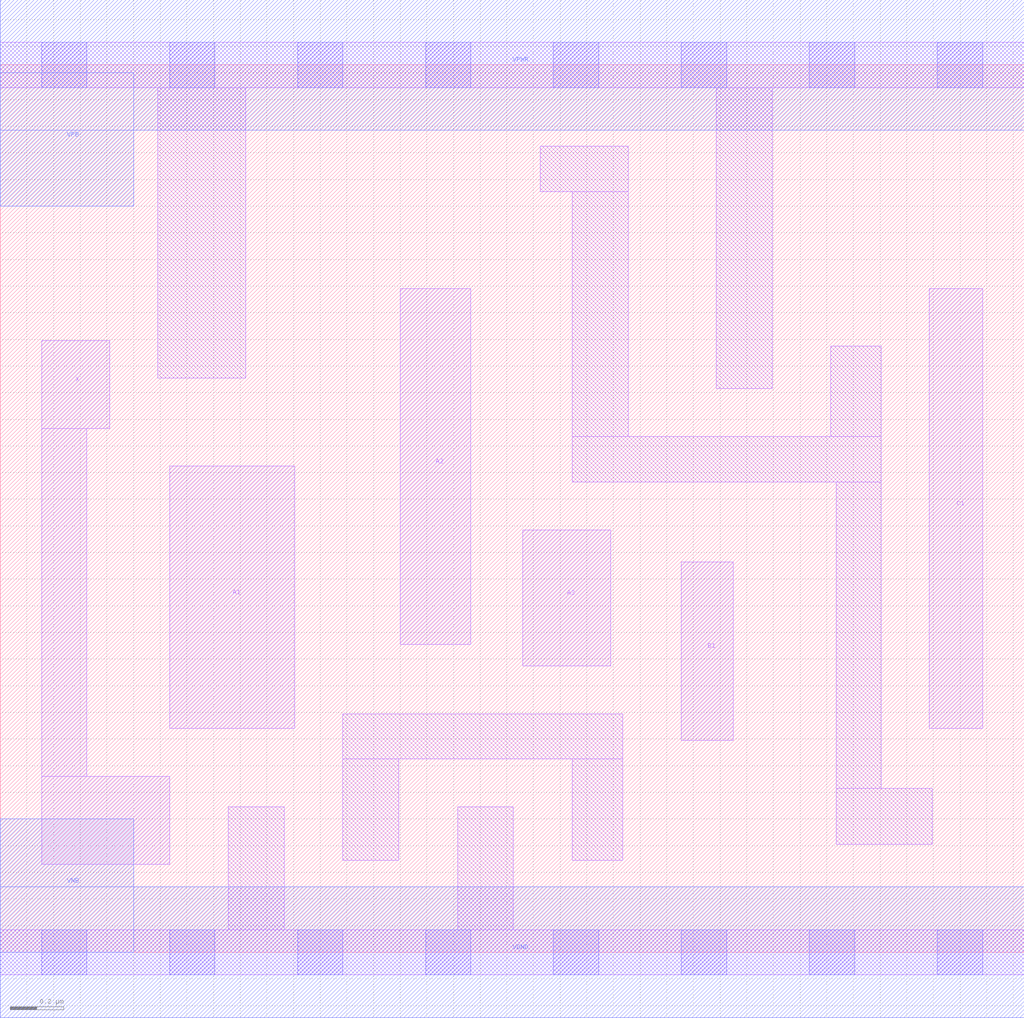
<source format=lef>
# Copyright 2020 The SkyWater PDK Authors
#
# Licensed under the Apache License, Version 2.0 (the "License");
# you may not use this file except in compliance with the License.
# You may obtain a copy of the License at
#
#     https://www.apache.org/licenses/LICENSE-2.0
#
# Unless required by applicable law or agreed to in writing, software
# distributed under the License is distributed on an "AS IS" BASIS,
# WITHOUT WARRANTIES OR CONDITIONS OF ANY KIND, either express or implied.
# See the License for the specific language governing permissions and
# limitations under the License.
#
# SPDX-License-Identifier: Apache-2.0

VERSION 5.5 ;
NAMESCASESENSITIVE ON ;
BUSBITCHARS "[]" ;
DIVIDERCHAR "/" ;
MACRO sky130_fd_sc_lp__o311a_m
  CLASS CORE ;
  SOURCE USER ;
  ORIGIN  0.000000  0.000000 ;
  SIZE  3.840000 BY  3.330000 ;
  SYMMETRY X Y R90 ;
  SITE unit ;
  PIN A1
    ANTENNAGATEAREA  0.126000 ;
    DIRECTION INPUT ;
    USE SIGNAL ;
    PORT
      LAYER li1 ;
        RECT 0.635000 0.840000 1.105000 1.825000 ;
    END
  END A1
  PIN A2
    ANTENNAGATEAREA  0.126000 ;
    DIRECTION INPUT ;
    USE SIGNAL ;
    PORT
      LAYER li1 ;
        RECT 1.500000 1.155000 1.765000 2.490000 ;
    END
  END A2
  PIN A3
    ANTENNAGATEAREA  0.126000 ;
    DIRECTION INPUT ;
    USE SIGNAL ;
    PORT
      LAYER li1 ;
        RECT 1.960000 1.075000 2.290000 1.585000 ;
    END
  END A3
  PIN B1
    ANTENNAGATEAREA  0.126000 ;
    DIRECTION INPUT ;
    USE SIGNAL ;
    PORT
      LAYER li1 ;
        RECT 2.555000 0.795000 2.750000 1.465000 ;
    END
  END B1
  PIN C1
    ANTENNAGATEAREA  0.126000 ;
    DIRECTION INPUT ;
    USE SIGNAL ;
    PORT
      LAYER li1 ;
        RECT 3.485000 0.840000 3.685000 2.490000 ;
    END
  END C1
  PIN X
    ANTENNADIFFAREA  0.231000 ;
    DIRECTION OUTPUT ;
    USE SIGNAL ;
    PORT
      LAYER li1 ;
        RECT 0.155000 0.330000 0.635000 0.660000 ;
        RECT 0.155000 0.660000 0.325000 1.965000 ;
        RECT 0.155000 1.965000 0.410000 2.295000 ;
    END
  END X
  PIN VGND
    DIRECTION INOUT ;
    USE GROUND ;
    PORT
      LAYER met1 ;
        RECT 0.000000 -0.245000 3.840000 0.245000 ;
    END
  END VGND
  PIN VNB
    DIRECTION INOUT ;
    USE GROUND ;
    PORT
    END
  END VNB
  PIN VPB
    DIRECTION INOUT ;
    USE POWER ;
    PORT
    END
  END VPB
  PIN VNB
    DIRECTION INOUT ;
    USE GROUND ;
    PORT
      LAYER met1 ;
        RECT 0.000000 0.000000 0.500000 0.500000 ;
    END
  END VNB
  PIN VPB
    DIRECTION INOUT ;
    USE POWER ;
    PORT
      LAYER met1 ;
        RECT 0.000000 2.800000 0.500000 3.300000 ;
    END
  END VPB
  PIN VPWR
    DIRECTION INOUT ;
    USE POWER ;
    PORT
      LAYER met1 ;
        RECT 0.000000 3.085000 3.840000 3.575000 ;
    END
  END VPWR
  OBS
    LAYER li1 ;
      RECT 0.000000 -0.085000 3.840000 0.085000 ;
      RECT 0.000000  3.245000 3.840000 3.415000 ;
      RECT 0.590000  2.155000 0.920000 3.245000 ;
      RECT 0.855000  0.085000 1.065000 0.545000 ;
      RECT 1.285000  0.345000 1.495000 0.725000 ;
      RECT 1.285000  0.725000 2.335000 0.895000 ;
      RECT 1.715000  0.085000 1.925000 0.545000 ;
      RECT 2.025000  2.855000 2.355000 3.025000 ;
      RECT 2.145000  0.345000 2.335000 0.725000 ;
      RECT 2.145000  1.765000 3.305000 1.935000 ;
      RECT 2.145000  1.935000 2.355000 2.855000 ;
      RECT 2.685000  2.115000 2.895000 3.245000 ;
      RECT 3.115000  1.935000 3.305000 2.275000 ;
      RECT 3.135000  0.405000 3.495000 0.615000 ;
      RECT 3.135000  0.615000 3.305000 1.765000 ;
    LAYER mcon ;
      RECT 0.155000 -0.085000 0.325000 0.085000 ;
      RECT 0.155000  3.245000 0.325000 3.415000 ;
      RECT 0.635000 -0.085000 0.805000 0.085000 ;
      RECT 0.635000  3.245000 0.805000 3.415000 ;
      RECT 1.115000 -0.085000 1.285000 0.085000 ;
      RECT 1.115000  3.245000 1.285000 3.415000 ;
      RECT 1.595000 -0.085000 1.765000 0.085000 ;
      RECT 1.595000  3.245000 1.765000 3.415000 ;
      RECT 2.075000 -0.085000 2.245000 0.085000 ;
      RECT 2.075000  3.245000 2.245000 3.415000 ;
      RECT 2.555000 -0.085000 2.725000 0.085000 ;
      RECT 2.555000  3.245000 2.725000 3.415000 ;
      RECT 3.035000 -0.085000 3.205000 0.085000 ;
      RECT 3.035000  3.245000 3.205000 3.415000 ;
      RECT 3.515000 -0.085000 3.685000 0.085000 ;
      RECT 3.515000  3.245000 3.685000 3.415000 ;
  END
END sky130_fd_sc_lp__o311a_m
END LIBRARY

</source>
